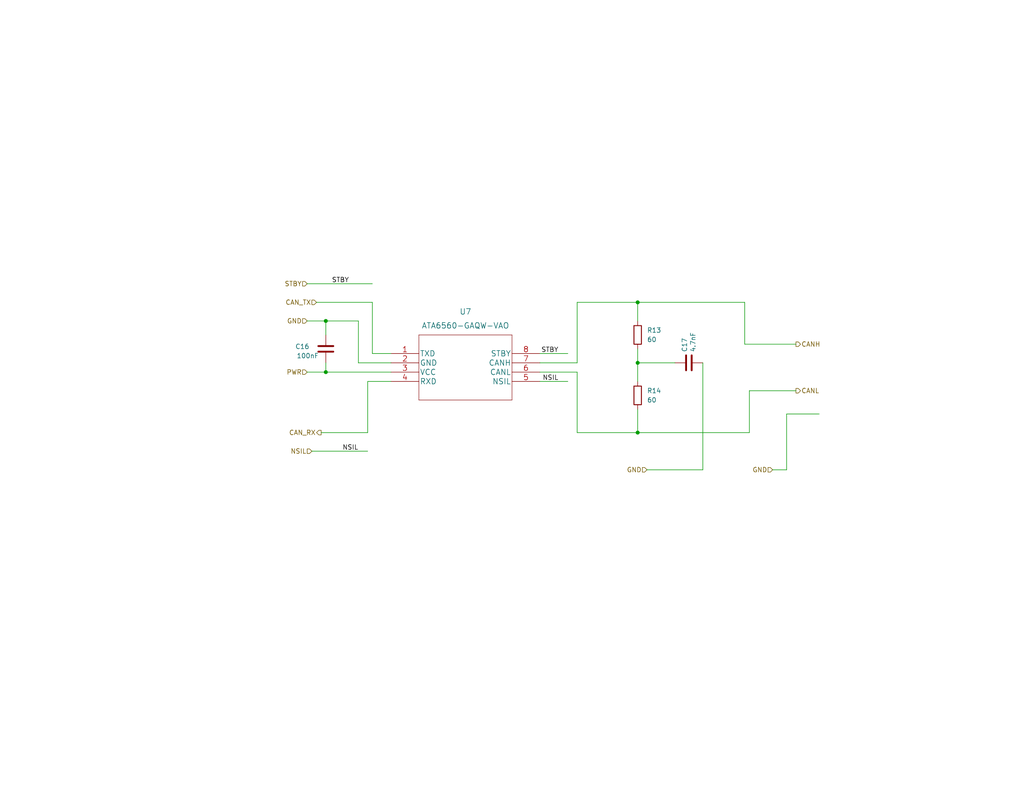
<source format=kicad_sch>
(kicad_sch (version 20211123) (generator eeschema)
  (paper "A")
  (title_block (title "CAN_Transceiver") (date "2022-01-27"))
  (lib_symbols
    (symbol "2022-01-28_19-14-47:ATA6560-GAQW-VAO" (pin_names (offset 0.254))
      (property "Reference" "U" (at 20.32 10.16 0))
      (property "Value" "ATA6560-GAQW-VAO" (at 20.32 7.62 0))
      (symbol "ATA6560-GAQW-VAO_1_1"
        (polyline (pts (xy 7.62 -12.7) (xy 33.02 -12.7)) (stroke (width 0.127)))
        (polyline (pts (xy 7.62 5.08) (xy 7.62 -12.7)) (stroke (width 0.127)))
        (polyline (pts (xy 33.02 -12.7) (xy 33.02 5.08)) (stroke (width 0.127)))
        (polyline (pts (xy 33.02 5.08) (xy 7.62 5.08)) (stroke (width 0.127)))
        (pin input line (at 0 0 0) (length 7.62) (name "TXD") (number "1"))
        (pin power_in line (at 0 -2.54 0) (length 7.62) (name "GND") (number "2"))
        (pin power_in line (at 0 -5.08 0) (length 7.62) (name "VCC") (number "3"))
        (pin output line (at 0 -7.62 0) (length 7.62) (name "RXD") (number "4"))
        (pin input line (at 40.64 -7.62 180) (length 7.62) (name "NSIL") (number "5"))
        (pin bidirectional line (at 40.64 -5.08 180) (length 7.62) (name "CANL") (number "6"))
        (pin bidirectional line (at 40.64 -2.54 180) (length 7.62) (name "CANH") (number "7"))
        (pin input line (at 40.64 0 180) (length 7.62) (name "STBY") (number "8"))
      )
    )
    (symbol "Device:C" (pin_numbers hide) (pin_names (offset 0.254))
      (property "Reference" "C" (at 0.635 2.54 0))
      (property "Value" "C" (at 0.635 -2.54 0))
      (symbol "C_0_1"
        (polyline (pts (xy -2.032 -0.762) (xy 2.032 -0.762)) (stroke (width 0.508)))
        (polyline (pts (xy -2.032 0.762) (xy 2.032 0.762)) (stroke (width 0.508)))
      )
      (symbol "C_1_1"
        (pin passive line (at 0 3.81 270) (length 2.794) (name "~") (number "1"))
        (pin passive line (at 0 -3.81 90) (length 2.794) (name "~") (number "2"))
      )
    )
    (symbol "Device:R" (pin_numbers hide) (pin_names (offset 0))
      (property "Reference" "R" (at 2.032 0 90))
      (property "Value" "R" (at 0 0 90))
      (symbol "R_0_1"
        (rectangle (start -1.016 -2.54) (end 1.016 2.54) (stroke (width 0.254)))
      )
      (symbol "R_1_1"
        (pin passive line (at 0 3.81 270) (length 1.27) (name "~") (number "1"))
        (pin passive line (at 0 -3.81 90) (length 1.27) (name "~") (number "2"))
      )
    )
  )
  (junction (at 173.99 118.11))
  (junction (at 88.9 87.63))
  (junction (at 88.9 101.6))
  (junction (at 173.99 99.06))
  (junction (at 173.99 82.55))
  (wire (pts (xy 157.48 101.6) (xy 147.32 101.6)))
  (wire (pts (xy 204.47 106.68) (xy 204.47 118.11)))
  (wire (pts (xy 83.82 77.47) (xy 101.6 77.47)))
  (wire (pts (xy 173.99 111.76) (xy 173.99 118.11)))
  (wire (pts (xy 217.17 106.68) (xy 204.47 106.68)))
  (wire (pts (xy 85.09 123.19) (xy 100.33 123.19)))
  (wire (pts (xy 173.99 99.06) (xy 173.99 104.14)))
  (wire (pts (xy 173.99 82.55) (xy 173.99 87.63)))
  (wire (pts (xy 87.63 118.11) (xy 100.33 118.11)))
  (wire (pts (xy 100.33 104.14) (xy 106.68 104.14)))
  (wire (pts (xy 147.32 104.14) (xy 154.94 104.14)))
  (wire (pts (xy 101.6 96.52) (xy 106.68 96.52)))
  (wire (pts (xy 83.82 101.6) (xy 88.9 101.6)))
  (wire (pts (xy 173.99 95.25) (xy 173.99 99.06)))
  (wire (pts (xy 83.82 87.63) (xy 88.9 87.63)))
  (wire (pts (xy 173.99 118.11) (xy 157.48 118.11)))
  (wire (pts (xy 157.48 82.55) (xy 157.48 99.06)))
  (wire (pts (xy 157.48 118.11) (xy 157.48 101.6)))
  (wire (pts (xy 88.9 87.63) (xy 97.79 87.63)))
  (wire (pts (xy 191.77 128.27) (xy 191.77 99.06)))
  (wire (pts (xy 88.9 101.6) (xy 106.68 101.6)))
  (wire (pts (xy 203.2 82.55) (xy 173.99 82.55)))
  (wire (pts (xy 97.79 87.63) (xy 97.79 99.06)))
  (wire (pts (xy 88.9 99.06) (xy 88.9 101.6)))
  (wire (pts (xy 173.99 82.55) (xy 157.48 82.55)))
  (wire (pts (xy 147.32 96.52) (xy 154.94 96.52)))
  (wire (pts (xy 217.17 93.98) (xy 203.2 93.98)))
  (wire (pts (xy 101.6 82.55) (xy 101.6 96.52)))
  (wire (pts (xy 210.82 128.27) (xy 214.63 128.27)))
  (wire (pts (xy 204.47 118.11) (xy 173.99 118.11)))
  (wire (pts (xy 97.79 99.06) (xy 106.68 99.06)))
  (wire (pts (xy 157.48 99.06) (xy 147.32 99.06)))
  (wire (pts (xy 176.53 128.27) (xy 191.77 128.27)))
  (wire (pts (xy 86.36 82.55) (xy 101.6 82.55)))
  (wire (pts (xy 203.2 93.98) (xy 203.2 82.55)))
  (wire (pts (xy 173.99 99.06) (xy 184.15 99.06)))
  (wire (pts (xy 100.33 118.11) (xy 100.33 104.14)))
  (wire (pts (xy 88.9 87.63) (xy 88.9 91.44)))
  (wire (pts (xy 214.63 128.27) (xy 214.63 113.03)))
  (wire (pts (xy 214.63 113.03) (xy 223.52 113.03)))
  (label "NSIL" (at 97.79 123.19 180))
  (label "NSIL" (at 152.4 104.14 180))
  (label "STBY" (at 95.25 77.47 180))
  (label "STBY" (at 152.4 96.52 180))
  (hierarchical_label "CANH" (shape output) (at 217.17 93.98 0))
  (hierarchical_label "CAN_RX" (shape output) (at 87.63 118.11 180))
  (hierarchical_label "GND" (shape input) (at 210.82 128.27 180))
  (hierarchical_label "GND" (shape input) (at 176.53 128.27 180))
  (hierarchical_label "CAN_TX" (shape input) (at 86.36 82.55 180))
  (hierarchical_label "CANL" (shape output) (at 217.17 106.68 0))
  (hierarchical_label "STBY" (shape input) (at 83.82 77.47 180))
  (hierarchical_label "PWR" (shape input) (at 83.82 101.6 180))
  (hierarchical_label "NSIL" (shape input) (at 85.09 123.19 180))
  (hierarchical_label "GND" (shape input) (at 83.82 87.63 180))
  (symbol (lib_id "Device:R") (at 173.99 107.95 0) (unit 1)
    (property "Reference" "R14" (at 176.53 106.6799 0) (effects (justify left)))
    (property "Value" "60" (at 176.53 109.2199 0) (effects (justify left)))
    (property "Footprint" "Resistor_SMD:R_0603_1608Metric" (effects hide))
  )
  (symbol (lib_id "Device:C") (at 88.9 95.25 180) (unit 1)
    (property "Reference" "C16" (at 84.455 94.615 0) (effects (justify left)))
    (property "Value" "100nF" (at 86.995 97.155 0) (effects (justify left)))
    (property "Footprint" "Capacitor_SMD:C_0603_1608Metric" (effects hide))
    (property "Voltage" "25V" (effects hide))
    (property "Mfr. #" "CL10B104KA8NNNC" (effects hide))
    (property "Order" "https://www.digikey.com/product-detail/en/samsung-electro-mechanics/CL10B104KA8NNNC/1276-1006-1-ND/3889092" (effects hide))
  )
  (symbol (lib_id "Device:C") (at 187.96 99.06 90) (unit 1)
    (property "Reference" "C17" (at 186.7916 96.139 0) (effects (justify left)))
    (property "Value" "4.7nF" (at 189.103 96.139 0) (effects (justify left)))
    (property "Footprint" "Capacitor_SMD:C_0603_1608Metric" (effects hide))
    (property "Voltage" "25V" (effects hide))
    (property "Mfr. #" "CL10B104KA8NNNC" (effects hide))
    (property "Order" "https://www.digikey.com/product-detail/en/samsung-electro-mechanics/CL10B104KA8NNNC/1276-1006-1-ND/3889092" (effects hide))
  )
  (symbol (lib_id "Device:R") (at 173.99 91.44 0) (unit 1)
    (property "Reference" "R13" (at 176.53 90.1699 0) (effects (justify left)))
    (property "Value" "60" (at 176.53 92.7099 0) (effects (justify left)))
    (property "Footprint" "Resistor_SMD:R_0603_1608Metric" (effects hide))
  )
  (symbol (lib_id "2022-01-28_19-14-47:ATA6560-GAQW-VAO") (at 106.68 96.52 0) (unit 1)
    (property "Reference" "U7" (at 127 85.09 0) (effects (font (size 1.524 1.524))))
    (property "Value" "ATA6560-GAQW-VAO" (at 127 88.9 0) (effects (font (size 1.524 1.524))))
    (property "Footprint" "ata6560:ATA6560-GAQW-VAO" (effects hide))
  )
)
</source>
